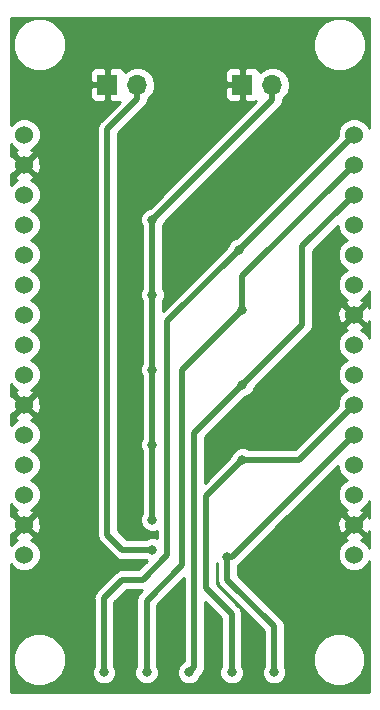
<source format=gbr>
G04 #@! TF.GenerationSoftware,KiCad,Pcbnew,(5.0.2)-1*
G04 #@! TF.CreationDate,2019-06-20T09:18:01+05:30*
G04 #@! TF.ProjectId,CapacityOfBattery,43617061-6369-4747-994f-664261747465,rev?*
G04 #@! TF.SameCoordinates,Original*
G04 #@! TF.FileFunction,Copper,L2,Bot*
G04 #@! TF.FilePolarity,Positive*
%FSLAX46Y46*%
G04 Gerber Fmt 4.6, Leading zero omitted, Abs format (unit mm)*
G04 Created by KiCad (PCBNEW (5.0.2)-1) date 06/20/19 09:18:01*
%MOMM*%
%LPD*%
G01*
G04 APERTURE LIST*
G04 #@! TA.AperFunction,ComponentPad*
%ADD10C,1.524000*%
G04 #@! TD*
G04 #@! TA.AperFunction,ComponentPad*
%ADD11O,1.700000X1.700000*%
G04 #@! TD*
G04 #@! TA.AperFunction,ComponentPad*
%ADD12R,1.700000X1.700000*%
G04 #@! TD*
G04 #@! TA.AperFunction,ViaPad*
%ADD13C,0.800000*%
G04 #@! TD*
G04 #@! TA.AperFunction,Conductor*
%ADD14C,0.500000*%
G04 #@! TD*
G04 #@! TA.AperFunction,Conductor*
%ADD15C,0.254000*%
G04 #@! TD*
G04 APERTURE END LIST*
D10*
G04 #@! TO.P,U1,30*
G04 #@! TO.N,/Ctrl1*
X42470000Y-23280000D03*
G04 #@! TO.P,U1,29*
G04 #@! TO.N,/Ctrl2*
X42470000Y-25820000D03*
G04 #@! TO.P,U1,28*
G04 #@! TO.N,/Ctrl3*
X42470000Y-28360000D03*
G04 #@! TO.P,U1,27*
G04 #@! TO.N,Net-(U1-Pad27)*
X42470000Y-30900000D03*
G04 #@! TO.P,U1,26*
G04 #@! TO.N,Net-(U1-Pad26)*
X42470000Y-33440000D03*
G04 #@! TO.P,U1,25*
G04 #@! TO.N,Net-(U1-Pad25)*
X42470000Y-35980000D03*
G04 #@! TO.P,U1,24*
G04 #@! TO.N,GND*
X42470000Y-38520000D03*
G04 #@! TO.P,U1,23*
G04 #@! TO.N,Net-(U1-Pad23)*
X42470000Y-41060000D03*
G04 #@! TO.P,U1,22*
G04 #@! TO.N,/En_VoltageDivider*
X42470000Y-43600000D03*
G04 #@! TO.P,U1,21*
G04 #@! TO.N,/Ctrl4*
X42470000Y-46140000D03*
G04 #@! TO.P,U1,20*
G04 #@! TO.N,/Ctrl5*
X42470000Y-48680000D03*
G04 #@! TO.P,U1,19*
G04 #@! TO.N,Net-(U1-Pad19)*
X42470000Y-51220000D03*
G04 #@! TO.P,U1,18*
G04 #@! TO.N,Net-(U1-Pad18)*
X42470000Y-53760000D03*
G04 #@! TO.P,U1,17*
G04 #@! TO.N,GND*
X42470000Y-56300000D03*
G04 #@! TO.P,U1,16*
G04 #@! TO.N,/Vcc*
X42470000Y-58840000D03*
G04 #@! TO.P,U1,15*
G04 #@! TO.N,Net-(U1-Pad15)*
X14530000Y-58840000D03*
G04 #@! TO.P,U1,14*
G04 #@! TO.N,GND*
X14530000Y-56300000D03*
G04 #@! TO.P,U1,13*
G04 #@! TO.N,Net-(U1-Pad13)*
X14530000Y-53760000D03*
G04 #@! TO.P,U1,12*
G04 #@! TO.N,Net-(U1-Pad12)*
X14530000Y-51220000D03*
G04 #@! TO.P,U1,11*
G04 #@! TO.N,/Vcc*
X14530000Y-48680000D03*
G04 #@! TO.P,U1,10*
G04 #@! TO.N,GND*
X14530000Y-46140000D03*
G04 #@! TO.P,U1,9*
G04 #@! TO.N,Net-(U1-Pad9)*
X14530000Y-43600000D03*
G04 #@! TO.P,U1,8*
G04 #@! TO.N,Net-(U1-Pad8)*
X14530000Y-41060000D03*
G04 #@! TO.P,U1,7*
G04 #@! TO.N,Net-(U1-Pad7)*
X14530000Y-38520000D03*
G04 #@! TO.P,U1,6*
G04 #@! TO.N,Net-(U1-Pad6)*
X14530000Y-35980000D03*
G04 #@! TO.P,U1,5*
G04 #@! TO.N,Net-(U1-Pad5)*
X14530000Y-33440000D03*
G04 #@! TO.P,U1,4*
G04 #@! TO.N,Net-(U1-Pad4)*
X14530000Y-30900000D03*
G04 #@! TO.P,U1,3*
G04 #@! TO.N,Net-(U1-Pad3)*
X14530000Y-28360000D03*
G04 #@! TO.P,U1,2*
G04 #@! TO.N,GND*
X14530000Y-25820000D03*
G04 #@! TO.P,U1,1*
G04 #@! TO.N,/Vin*
X14530000Y-23280000D03*
G04 #@! TD*
D11*
G04 #@! TO.P,J2,2*
G04 #@! TO.N,Net-(J2-Pad2)*
X24130000Y-19050000D03*
D12*
G04 #@! TO.P,J2,1*
G04 #@! TO.N,GND*
X21590000Y-19050000D03*
G04 #@! TD*
G04 #@! TO.P,J1,1*
G04 #@! TO.N,GND*
X33020000Y-19050000D03*
D11*
G04 #@! TO.P,J1,2*
G04 #@! TO.N,/Vbat*
X35560000Y-19050000D03*
G04 #@! TD*
D13*
G04 #@! TO.N,/Ctrl1*
X21300000Y-68800000D03*
X32730000Y-33020000D03*
G04 #@! TO.N,/Ctrl2*
X24900000Y-68800000D03*
X33020000Y-38100000D03*
G04 #@! TO.N,/Ctrl3*
X28500000Y-68800000D03*
X33020000Y-44450000D03*
G04 #@! TO.N,/Ctrl4*
X32100000Y-68800000D03*
X33020000Y-50800000D03*
G04 #@! TO.N,/Ctrl5*
X31750000Y-59055000D03*
X35700000Y-68800000D03*
G04 #@! TO.N,/Vbat*
X25400000Y-30480000D03*
X25400000Y-36830000D03*
X25400000Y-43180000D03*
X25400000Y-49530000D03*
X25400000Y-55880000D03*
G04 #@! TO.N,Net-(J2-Pad2)*
X25400000Y-58420000D03*
G04 #@! TD*
D14*
G04 #@! TO.N,/Ctrl1*
X42470000Y-23280000D02*
X32730000Y-33020000D01*
X26670000Y-39080000D02*
X26670000Y-58852002D01*
X32730000Y-33020000D02*
X26670000Y-39080000D01*
X26670000Y-58852002D02*
X24562002Y-60960000D01*
X24562002Y-60960000D02*
X22860000Y-60960000D01*
X21300000Y-62520000D02*
X21300000Y-68800000D01*
X22860000Y-60960000D02*
X21300000Y-62520000D01*
G04 #@! TO.N,/Ctrl2*
X33020000Y-35270000D02*
X42470000Y-25820000D01*
X33020000Y-38100000D02*
X33020000Y-35270000D01*
X24900000Y-62730000D02*
X24900000Y-68800000D01*
X27940000Y-59690000D02*
X24900000Y-62730000D01*
X33020000Y-38100000D02*
X27940000Y-43180000D01*
X27940000Y-43180000D02*
X27940000Y-59690000D01*
G04 #@! TO.N,/Ctrl3*
X41708001Y-29121999D02*
X42470000Y-28360000D01*
X38100000Y-32730000D02*
X41708001Y-29121999D01*
X38100000Y-39370000D02*
X38100000Y-32730000D01*
X33020000Y-44450000D02*
X38100000Y-39370000D01*
X28940010Y-68359990D02*
X28500000Y-68800000D01*
X33020000Y-44450000D02*
X28940010Y-48529990D01*
X28940010Y-48529990D02*
X28940010Y-68359990D01*
G04 #@! TO.N,/Ctrl4*
X37810000Y-50800000D02*
X42470000Y-46140000D01*
X33020000Y-50800000D02*
X37810000Y-50800000D01*
X32100000Y-63850000D02*
X32100000Y-68800000D01*
X29940020Y-61690020D02*
X32100000Y-63850000D01*
X33020000Y-50800000D02*
X29940020Y-53879980D01*
X29940020Y-53879980D02*
X29940020Y-61690020D01*
G04 #@! TO.N,/Ctrl5*
X42470000Y-48970000D02*
X42470000Y-48680000D01*
X32095000Y-59055000D02*
X31750000Y-59055000D01*
X42470000Y-48680000D02*
X32095000Y-59055000D01*
X35700000Y-64910000D02*
X35700000Y-68800000D01*
X31750000Y-59055000D02*
X31750000Y-60960000D01*
X31750000Y-60960000D02*
X35700000Y-64910000D01*
G04 #@! TO.N,/Vbat*
X25400000Y-30480000D02*
X25400000Y-36830000D01*
X25400000Y-36830000D02*
X25400000Y-43180000D01*
X25400000Y-43180000D02*
X25400000Y-49530000D01*
X25400000Y-49530000D02*
X25400000Y-55880000D01*
X35560000Y-20320000D02*
X35560000Y-19050000D01*
X25400000Y-30480000D02*
X35560000Y-20320000D01*
G04 #@! TO.N,Net-(J2-Pad2)*
X25400000Y-58420000D02*
X22860000Y-58420000D01*
X22860000Y-58420000D02*
X21590000Y-57150000D01*
X24130000Y-20252081D02*
X21590000Y-22792081D01*
X24130000Y-19050000D02*
X24130000Y-20252081D01*
X21590000Y-22792081D02*
X21590000Y-57150000D01*
G04 #@! TD*
D15*
G04 #@! TO.N,GND*
G36*
X43765000Y-22755869D02*
X43654320Y-22488663D01*
X43261337Y-22095680D01*
X42747881Y-21883000D01*
X42192119Y-21883000D01*
X41678663Y-22095680D01*
X41285680Y-22488663D01*
X41073000Y-23002119D01*
X41073000Y-23425421D01*
X32505853Y-31992569D01*
X32143720Y-32142569D01*
X31852569Y-32433720D01*
X31702569Y-32795852D01*
X26285000Y-38213422D01*
X26285000Y-37398007D01*
X26435000Y-37035874D01*
X26435000Y-36624126D01*
X26285000Y-36261993D01*
X26285000Y-31048007D01*
X26427431Y-30704147D01*
X36124157Y-21007422D01*
X36198049Y-20958049D01*
X36393652Y-20665310D01*
X36445000Y-20407165D01*
X36445000Y-20407161D01*
X36462337Y-20320000D01*
X36447075Y-20243269D01*
X36630625Y-20120625D01*
X36958839Y-19629418D01*
X37074092Y-19050000D01*
X36958839Y-18470582D01*
X36630625Y-17979375D01*
X36139418Y-17651161D01*
X35706256Y-17565000D01*
X35413744Y-17565000D01*
X34980582Y-17651161D01*
X34489375Y-17979375D01*
X34474904Y-18001033D01*
X34408327Y-17840302D01*
X34229699Y-17661673D01*
X33996310Y-17565000D01*
X33305750Y-17565000D01*
X33147000Y-17723750D01*
X33147000Y-18923000D01*
X33167000Y-18923000D01*
X33167000Y-19177000D01*
X33147000Y-19177000D01*
X33147000Y-20376250D01*
X33305750Y-20535000D01*
X33996310Y-20535000D01*
X34162089Y-20466332D01*
X25175853Y-29452569D01*
X24813720Y-29602569D01*
X24522569Y-29893720D01*
X24365000Y-30274126D01*
X24365000Y-30685874D01*
X24515000Y-31048007D01*
X24515001Y-36261991D01*
X24365000Y-36624126D01*
X24365000Y-37035874D01*
X24515000Y-37398007D01*
X24515001Y-42611991D01*
X24365000Y-42974126D01*
X24365000Y-43385874D01*
X24515000Y-43748007D01*
X24515001Y-48961991D01*
X24365000Y-49324126D01*
X24365000Y-49735874D01*
X24515000Y-50098007D01*
X24515001Y-55311991D01*
X24365000Y-55674126D01*
X24365000Y-56085874D01*
X24522569Y-56466280D01*
X24813720Y-56757431D01*
X25194126Y-56915000D01*
X25605874Y-56915000D01*
X25785001Y-56840803D01*
X25785001Y-57459197D01*
X25605874Y-57385000D01*
X25194126Y-57385000D01*
X24831993Y-57535000D01*
X23226579Y-57535000D01*
X22475000Y-56783422D01*
X22475000Y-23158659D01*
X24694156Y-20939504D01*
X24768049Y-20890130D01*
X24963652Y-20597391D01*
X25015000Y-20339246D01*
X25015000Y-20339242D01*
X25032337Y-20252082D01*
X25028999Y-20235302D01*
X25200625Y-20120625D01*
X25528839Y-19629418D01*
X25587252Y-19335750D01*
X31535000Y-19335750D01*
X31535000Y-20026309D01*
X31631673Y-20259698D01*
X31810301Y-20438327D01*
X32043690Y-20535000D01*
X32734250Y-20535000D01*
X32893000Y-20376250D01*
X32893000Y-19177000D01*
X31693750Y-19177000D01*
X31535000Y-19335750D01*
X25587252Y-19335750D01*
X25644092Y-19050000D01*
X25528839Y-18470582D01*
X25263645Y-18073691D01*
X31535000Y-18073691D01*
X31535000Y-18764250D01*
X31693750Y-18923000D01*
X32893000Y-18923000D01*
X32893000Y-17723750D01*
X32734250Y-17565000D01*
X32043690Y-17565000D01*
X31810301Y-17661673D01*
X31631673Y-17840302D01*
X31535000Y-18073691D01*
X25263645Y-18073691D01*
X25200625Y-17979375D01*
X24709418Y-17651161D01*
X24276256Y-17565000D01*
X23983744Y-17565000D01*
X23550582Y-17651161D01*
X23059375Y-17979375D01*
X23044904Y-18001033D01*
X22978327Y-17840302D01*
X22799699Y-17661673D01*
X22566310Y-17565000D01*
X21875750Y-17565000D01*
X21717000Y-17723750D01*
X21717000Y-18923000D01*
X21737000Y-18923000D01*
X21737000Y-19177000D01*
X21717000Y-19177000D01*
X21717000Y-20376250D01*
X21875750Y-20535000D01*
X22566310Y-20535000D01*
X22616145Y-20514358D01*
X21025847Y-22104656D01*
X20951951Y-22154032D01*
X20756348Y-22446772D01*
X20705000Y-22704917D01*
X20705000Y-22704920D01*
X20687663Y-22792081D01*
X20705000Y-22879242D01*
X20705001Y-57062834D01*
X20687663Y-57150000D01*
X20756348Y-57495309D01*
X20902576Y-57714154D01*
X20902578Y-57714156D01*
X20951952Y-57788049D01*
X21025845Y-57837423D01*
X22172577Y-58984156D01*
X22221951Y-59058049D01*
X22295844Y-59107423D01*
X22295845Y-59107424D01*
X22311495Y-59117881D01*
X22514690Y-59253652D01*
X22772835Y-59305000D01*
X22772839Y-59305000D01*
X22859999Y-59322337D01*
X22947159Y-59305000D01*
X24831993Y-59305000D01*
X24926343Y-59344081D01*
X24195424Y-60075000D01*
X22947159Y-60075000D01*
X22859999Y-60057663D01*
X22772839Y-60075000D01*
X22772835Y-60075000D01*
X22514690Y-60126348D01*
X22514688Y-60126349D01*
X22514689Y-60126349D01*
X22295845Y-60272576D01*
X22295844Y-60272577D01*
X22221951Y-60321951D01*
X22172577Y-60395844D01*
X20735847Y-61832575D01*
X20661951Y-61881951D01*
X20466348Y-62174691D01*
X20415000Y-62432836D01*
X20415000Y-62432839D01*
X20397663Y-62520000D01*
X20415000Y-62607161D01*
X20415001Y-68231991D01*
X20265000Y-68594126D01*
X20265000Y-69005874D01*
X20422569Y-69386280D01*
X20713720Y-69677431D01*
X21094126Y-69835000D01*
X21505874Y-69835000D01*
X21886280Y-69677431D01*
X22177431Y-69386280D01*
X22335000Y-69005874D01*
X22335000Y-68594126D01*
X22185000Y-68231993D01*
X22185000Y-62886578D01*
X23226579Y-61845000D01*
X24474841Y-61845000D01*
X24523703Y-61854719D01*
X24335847Y-62042575D01*
X24261951Y-62091951D01*
X24066348Y-62384691D01*
X24015000Y-62642836D01*
X24015000Y-62642839D01*
X23997663Y-62730000D01*
X24015000Y-62817161D01*
X24015001Y-68231991D01*
X23865000Y-68594126D01*
X23865000Y-69005874D01*
X24022569Y-69386280D01*
X24313720Y-69677431D01*
X24694126Y-69835000D01*
X25105874Y-69835000D01*
X25486280Y-69677431D01*
X25777431Y-69386280D01*
X25935000Y-69005874D01*
X25935000Y-68594126D01*
X25785000Y-68231993D01*
X25785000Y-63096578D01*
X28055011Y-60826568D01*
X28055011Y-67864044D01*
X27913720Y-67922569D01*
X27622569Y-68213720D01*
X27465000Y-68594126D01*
X27465000Y-69005874D01*
X27622569Y-69386280D01*
X27913720Y-69677431D01*
X28294126Y-69835000D01*
X28705874Y-69835000D01*
X29086280Y-69677431D01*
X29377431Y-69386280D01*
X29523009Y-69034822D01*
X29578059Y-68998039D01*
X29773662Y-68705300D01*
X29825010Y-68447155D01*
X29825010Y-68447151D01*
X29842347Y-68359991D01*
X29825010Y-68272831D01*
X29825010Y-62826588D01*
X31215000Y-64216579D01*
X31215001Y-68231991D01*
X31065000Y-68594126D01*
X31065000Y-69005874D01*
X31222569Y-69386280D01*
X31513720Y-69677431D01*
X31894126Y-69835000D01*
X32305874Y-69835000D01*
X32686280Y-69677431D01*
X32977431Y-69386280D01*
X33135000Y-69005874D01*
X33135000Y-68594126D01*
X32985000Y-68231993D01*
X32985000Y-63937160D01*
X33002337Y-63849999D01*
X32985000Y-63762836D01*
X32985000Y-63762835D01*
X32933652Y-63504690D01*
X32878625Y-63422337D01*
X32787424Y-63285845D01*
X32787423Y-63285844D01*
X32738049Y-63211951D01*
X32664156Y-63162577D01*
X30825020Y-61323442D01*
X30825020Y-59526486D01*
X30865000Y-59623008D01*
X30865001Y-60872835D01*
X30847663Y-60960000D01*
X30916348Y-61305309D01*
X31062576Y-61524154D01*
X31062577Y-61524155D01*
X31111952Y-61598049D01*
X31185845Y-61647423D01*
X34815000Y-65276579D01*
X34815001Y-68231991D01*
X34665000Y-68594126D01*
X34665000Y-69005874D01*
X34822569Y-69386280D01*
X35113720Y-69677431D01*
X35494126Y-69835000D01*
X35905874Y-69835000D01*
X36286280Y-69677431D01*
X36577431Y-69386280D01*
X36735000Y-69005874D01*
X36735000Y-68594126D01*
X36585000Y-68231993D01*
X36585000Y-67289611D01*
X38966340Y-67289611D01*
X38966340Y-68178749D01*
X39306599Y-69000206D01*
X39935314Y-69628921D01*
X40756771Y-69969180D01*
X41645909Y-69969180D01*
X42467366Y-69628921D01*
X43096081Y-69000206D01*
X43436340Y-68178749D01*
X43436340Y-67289611D01*
X43096081Y-66468154D01*
X42467366Y-65839439D01*
X41645909Y-65499180D01*
X40756771Y-65499180D01*
X39935314Y-65839439D01*
X39306599Y-66468154D01*
X38966340Y-67289611D01*
X36585000Y-67289611D01*
X36585000Y-64997161D01*
X36602337Y-64910000D01*
X36585000Y-64822839D01*
X36585000Y-64822835D01*
X36533652Y-64564690D01*
X36338049Y-64271951D01*
X36264156Y-64222577D01*
X32635000Y-60593422D01*
X32635000Y-59758564D01*
X32733049Y-59693049D01*
X32782425Y-59619153D01*
X36309276Y-56092302D01*
X41060856Y-56092302D01*
X41088638Y-56647368D01*
X41247603Y-57031143D01*
X41489787Y-57100608D01*
X42290395Y-56300000D01*
X41489787Y-55499392D01*
X41247603Y-55568857D01*
X41060856Y-56092302D01*
X36309276Y-56092302D01*
X41073000Y-51328579D01*
X41073000Y-51497881D01*
X41285680Y-52011337D01*
X41678663Y-52404320D01*
X41885513Y-52490000D01*
X41678663Y-52575680D01*
X41285680Y-52968663D01*
X41073000Y-53482119D01*
X41073000Y-54037881D01*
X41285680Y-54551337D01*
X41678663Y-54944320D01*
X41869647Y-55023428D01*
X41738857Y-55077603D01*
X41669392Y-55319787D01*
X42470000Y-56120395D01*
X43270608Y-55319787D01*
X43201143Y-55077603D01*
X43060607Y-55027465D01*
X43261337Y-54944320D01*
X43654320Y-54551337D01*
X43765001Y-54284130D01*
X43765001Y-55744138D01*
X43692397Y-55568857D01*
X43450213Y-55499392D01*
X42649605Y-56300000D01*
X43450213Y-57100608D01*
X43692397Y-57031143D01*
X43765001Y-56827637D01*
X43765001Y-58315871D01*
X43654320Y-58048663D01*
X43261337Y-57655680D01*
X43070353Y-57576572D01*
X43201143Y-57522397D01*
X43270608Y-57280213D01*
X42470000Y-56479605D01*
X41669392Y-57280213D01*
X41738857Y-57522397D01*
X41879393Y-57572535D01*
X41678663Y-57655680D01*
X41285680Y-58048663D01*
X41073000Y-58562119D01*
X41073000Y-59117881D01*
X41285680Y-59631337D01*
X41678663Y-60024320D01*
X42192119Y-60237000D01*
X42747881Y-60237000D01*
X43261337Y-60024320D01*
X43654320Y-59631337D01*
X43765001Y-59364129D01*
X43765001Y-70435000D01*
X13385000Y-70435000D01*
X13385000Y-67289611D01*
X13573960Y-67289611D01*
X13573960Y-68178749D01*
X13914219Y-69000206D01*
X14542934Y-69628921D01*
X15364391Y-69969180D01*
X16253529Y-69969180D01*
X17074986Y-69628921D01*
X17703701Y-69000206D01*
X18043960Y-68178749D01*
X18043960Y-67289611D01*
X17703701Y-66468154D01*
X17074986Y-65839439D01*
X16253529Y-65499180D01*
X15364391Y-65499180D01*
X14542934Y-65839439D01*
X13914219Y-66468154D01*
X13573960Y-67289611D01*
X13385000Y-67289611D01*
X13385000Y-59670657D01*
X13738663Y-60024320D01*
X14252119Y-60237000D01*
X14807881Y-60237000D01*
X15321337Y-60024320D01*
X15714320Y-59631337D01*
X15927000Y-59117881D01*
X15927000Y-58562119D01*
X15714320Y-58048663D01*
X15321337Y-57655680D01*
X15130353Y-57576572D01*
X15261143Y-57522397D01*
X15330608Y-57280213D01*
X14530000Y-56479605D01*
X13729392Y-57280213D01*
X13798857Y-57522397D01*
X13939393Y-57572535D01*
X13738663Y-57655680D01*
X13385000Y-58009343D01*
X13385000Y-57053343D01*
X13549787Y-57100608D01*
X14350395Y-56300000D01*
X14709605Y-56300000D01*
X15510213Y-57100608D01*
X15752397Y-57031143D01*
X15939144Y-56507698D01*
X15911362Y-55952632D01*
X15752397Y-55568857D01*
X15510213Y-55499392D01*
X14709605Y-56300000D01*
X14350395Y-56300000D01*
X13549787Y-55499392D01*
X13385000Y-55546657D01*
X13385000Y-54590657D01*
X13738663Y-54944320D01*
X13929647Y-55023428D01*
X13798857Y-55077603D01*
X13729392Y-55319787D01*
X14530000Y-56120395D01*
X15330608Y-55319787D01*
X15261143Y-55077603D01*
X15120607Y-55027465D01*
X15321337Y-54944320D01*
X15714320Y-54551337D01*
X15927000Y-54037881D01*
X15927000Y-53482119D01*
X15714320Y-52968663D01*
X15321337Y-52575680D01*
X15114487Y-52490000D01*
X15321337Y-52404320D01*
X15714320Y-52011337D01*
X15927000Y-51497881D01*
X15927000Y-50942119D01*
X15714320Y-50428663D01*
X15321337Y-50035680D01*
X15114487Y-49950000D01*
X15321337Y-49864320D01*
X15714320Y-49471337D01*
X15927000Y-48957881D01*
X15927000Y-48402119D01*
X15714320Y-47888663D01*
X15321337Y-47495680D01*
X15130353Y-47416572D01*
X15261143Y-47362397D01*
X15330608Y-47120213D01*
X14530000Y-46319605D01*
X13729392Y-47120213D01*
X13798857Y-47362397D01*
X13939393Y-47412535D01*
X13738663Y-47495680D01*
X13385000Y-47849343D01*
X13385000Y-46893343D01*
X13549787Y-46940608D01*
X14350395Y-46140000D01*
X14709605Y-46140000D01*
X15510213Y-46940608D01*
X15752397Y-46871143D01*
X15939144Y-46347698D01*
X15911362Y-45792632D01*
X15752397Y-45408857D01*
X15510213Y-45339392D01*
X14709605Y-46140000D01*
X14350395Y-46140000D01*
X13549787Y-45339392D01*
X13385000Y-45386657D01*
X13385000Y-44430657D01*
X13738663Y-44784320D01*
X13929647Y-44863428D01*
X13798857Y-44917603D01*
X13729392Y-45159787D01*
X14530000Y-45960395D01*
X15330608Y-45159787D01*
X15261143Y-44917603D01*
X15120607Y-44867465D01*
X15321337Y-44784320D01*
X15714320Y-44391337D01*
X15927000Y-43877881D01*
X15927000Y-43322119D01*
X15714320Y-42808663D01*
X15321337Y-42415680D01*
X15114487Y-42330000D01*
X15321337Y-42244320D01*
X15714320Y-41851337D01*
X15927000Y-41337881D01*
X15927000Y-40782119D01*
X15714320Y-40268663D01*
X15321337Y-39875680D01*
X15114487Y-39790000D01*
X15321337Y-39704320D01*
X15714320Y-39311337D01*
X15927000Y-38797881D01*
X15927000Y-38242119D01*
X15714320Y-37728663D01*
X15321337Y-37335680D01*
X15114487Y-37250000D01*
X15321337Y-37164320D01*
X15714320Y-36771337D01*
X15927000Y-36257881D01*
X15927000Y-35702119D01*
X15714320Y-35188663D01*
X15321337Y-34795680D01*
X15114487Y-34710000D01*
X15321337Y-34624320D01*
X15714320Y-34231337D01*
X15927000Y-33717881D01*
X15927000Y-33162119D01*
X15714320Y-32648663D01*
X15321337Y-32255680D01*
X15114487Y-32170000D01*
X15321337Y-32084320D01*
X15714320Y-31691337D01*
X15927000Y-31177881D01*
X15927000Y-30622119D01*
X15714320Y-30108663D01*
X15321337Y-29715680D01*
X15114487Y-29630000D01*
X15321337Y-29544320D01*
X15714320Y-29151337D01*
X15927000Y-28637881D01*
X15927000Y-28082119D01*
X15714320Y-27568663D01*
X15321337Y-27175680D01*
X15130353Y-27096572D01*
X15261143Y-27042397D01*
X15330608Y-26800213D01*
X14530000Y-25999605D01*
X13729392Y-26800213D01*
X13798857Y-27042397D01*
X13939393Y-27092535D01*
X13738663Y-27175680D01*
X13385000Y-27529343D01*
X13385000Y-26573343D01*
X13549787Y-26620608D01*
X14350395Y-25820000D01*
X14709605Y-25820000D01*
X15510213Y-26620608D01*
X15752397Y-26551143D01*
X15939144Y-26027698D01*
X15911362Y-25472632D01*
X15752397Y-25088857D01*
X15510213Y-25019392D01*
X14709605Y-25820000D01*
X14350395Y-25820000D01*
X13549787Y-25019392D01*
X13385000Y-25066657D01*
X13385000Y-24110657D01*
X13738663Y-24464320D01*
X13929647Y-24543428D01*
X13798857Y-24597603D01*
X13729392Y-24839787D01*
X14530000Y-25640395D01*
X15330608Y-24839787D01*
X15261143Y-24597603D01*
X15120607Y-24547465D01*
X15321337Y-24464320D01*
X15714320Y-24071337D01*
X15927000Y-23557881D01*
X15927000Y-23002119D01*
X15714320Y-22488663D01*
X15321337Y-22095680D01*
X14807881Y-21883000D01*
X14252119Y-21883000D01*
X13738663Y-22095680D01*
X13385000Y-22449343D01*
X13385000Y-19335750D01*
X20105000Y-19335750D01*
X20105000Y-20026309D01*
X20201673Y-20259698D01*
X20380301Y-20438327D01*
X20613690Y-20535000D01*
X21304250Y-20535000D01*
X21463000Y-20376250D01*
X21463000Y-19177000D01*
X20263750Y-19177000D01*
X20105000Y-19335750D01*
X13385000Y-19335750D01*
X13385000Y-18073691D01*
X20105000Y-18073691D01*
X20105000Y-18764250D01*
X20263750Y-18923000D01*
X21463000Y-18923000D01*
X21463000Y-17723750D01*
X21304250Y-17565000D01*
X20613690Y-17565000D01*
X20380301Y-17661673D01*
X20201673Y-17840302D01*
X20105000Y-18073691D01*
X13385000Y-18073691D01*
X13385000Y-15209451D01*
X13584120Y-15209451D01*
X13584120Y-16098589D01*
X13924379Y-16920046D01*
X14553094Y-17548761D01*
X15374551Y-17889020D01*
X16263689Y-17889020D01*
X17085146Y-17548761D01*
X17713861Y-16920046D01*
X18054120Y-16098589D01*
X18054120Y-15229771D01*
X38989200Y-15229771D01*
X38989200Y-16118909D01*
X39329459Y-16940366D01*
X39958174Y-17569081D01*
X40779631Y-17909340D01*
X41668769Y-17909340D01*
X42490226Y-17569081D01*
X43118941Y-16940366D01*
X43459200Y-16118909D01*
X43459200Y-15229771D01*
X43118941Y-14408314D01*
X42490226Y-13779599D01*
X41668769Y-13439340D01*
X40779631Y-13439340D01*
X39958174Y-13779599D01*
X39329459Y-14408314D01*
X38989200Y-15229771D01*
X18054120Y-15229771D01*
X18054120Y-15209451D01*
X17713861Y-14387994D01*
X17085146Y-13759279D01*
X16263689Y-13419020D01*
X15374551Y-13419020D01*
X14553094Y-13759279D01*
X13924379Y-14387994D01*
X13584120Y-15209451D01*
X13385000Y-15209451D01*
X13385000Y-13385000D01*
X43765000Y-13385000D01*
X43765000Y-22755869D01*
X43765000Y-22755869D01*
G37*
X43765000Y-22755869D02*
X43654320Y-22488663D01*
X43261337Y-22095680D01*
X42747881Y-21883000D01*
X42192119Y-21883000D01*
X41678663Y-22095680D01*
X41285680Y-22488663D01*
X41073000Y-23002119D01*
X41073000Y-23425421D01*
X32505853Y-31992569D01*
X32143720Y-32142569D01*
X31852569Y-32433720D01*
X31702569Y-32795852D01*
X26285000Y-38213422D01*
X26285000Y-37398007D01*
X26435000Y-37035874D01*
X26435000Y-36624126D01*
X26285000Y-36261993D01*
X26285000Y-31048007D01*
X26427431Y-30704147D01*
X36124157Y-21007422D01*
X36198049Y-20958049D01*
X36393652Y-20665310D01*
X36445000Y-20407165D01*
X36445000Y-20407161D01*
X36462337Y-20320000D01*
X36447075Y-20243269D01*
X36630625Y-20120625D01*
X36958839Y-19629418D01*
X37074092Y-19050000D01*
X36958839Y-18470582D01*
X36630625Y-17979375D01*
X36139418Y-17651161D01*
X35706256Y-17565000D01*
X35413744Y-17565000D01*
X34980582Y-17651161D01*
X34489375Y-17979375D01*
X34474904Y-18001033D01*
X34408327Y-17840302D01*
X34229699Y-17661673D01*
X33996310Y-17565000D01*
X33305750Y-17565000D01*
X33147000Y-17723750D01*
X33147000Y-18923000D01*
X33167000Y-18923000D01*
X33167000Y-19177000D01*
X33147000Y-19177000D01*
X33147000Y-20376250D01*
X33305750Y-20535000D01*
X33996310Y-20535000D01*
X34162089Y-20466332D01*
X25175853Y-29452569D01*
X24813720Y-29602569D01*
X24522569Y-29893720D01*
X24365000Y-30274126D01*
X24365000Y-30685874D01*
X24515000Y-31048007D01*
X24515001Y-36261991D01*
X24365000Y-36624126D01*
X24365000Y-37035874D01*
X24515000Y-37398007D01*
X24515001Y-42611991D01*
X24365000Y-42974126D01*
X24365000Y-43385874D01*
X24515000Y-43748007D01*
X24515001Y-48961991D01*
X24365000Y-49324126D01*
X24365000Y-49735874D01*
X24515000Y-50098007D01*
X24515001Y-55311991D01*
X24365000Y-55674126D01*
X24365000Y-56085874D01*
X24522569Y-56466280D01*
X24813720Y-56757431D01*
X25194126Y-56915000D01*
X25605874Y-56915000D01*
X25785001Y-56840803D01*
X25785001Y-57459197D01*
X25605874Y-57385000D01*
X25194126Y-57385000D01*
X24831993Y-57535000D01*
X23226579Y-57535000D01*
X22475000Y-56783422D01*
X22475000Y-23158659D01*
X24694156Y-20939504D01*
X24768049Y-20890130D01*
X24963652Y-20597391D01*
X25015000Y-20339246D01*
X25015000Y-20339242D01*
X25032337Y-20252082D01*
X25028999Y-20235302D01*
X25200625Y-20120625D01*
X25528839Y-19629418D01*
X25587252Y-19335750D01*
X31535000Y-19335750D01*
X31535000Y-20026309D01*
X31631673Y-20259698D01*
X31810301Y-20438327D01*
X32043690Y-20535000D01*
X32734250Y-20535000D01*
X32893000Y-20376250D01*
X32893000Y-19177000D01*
X31693750Y-19177000D01*
X31535000Y-19335750D01*
X25587252Y-19335750D01*
X25644092Y-19050000D01*
X25528839Y-18470582D01*
X25263645Y-18073691D01*
X31535000Y-18073691D01*
X31535000Y-18764250D01*
X31693750Y-18923000D01*
X32893000Y-18923000D01*
X32893000Y-17723750D01*
X32734250Y-17565000D01*
X32043690Y-17565000D01*
X31810301Y-17661673D01*
X31631673Y-17840302D01*
X31535000Y-18073691D01*
X25263645Y-18073691D01*
X25200625Y-17979375D01*
X24709418Y-17651161D01*
X24276256Y-17565000D01*
X23983744Y-17565000D01*
X23550582Y-17651161D01*
X23059375Y-17979375D01*
X23044904Y-18001033D01*
X22978327Y-17840302D01*
X22799699Y-17661673D01*
X22566310Y-17565000D01*
X21875750Y-17565000D01*
X21717000Y-17723750D01*
X21717000Y-18923000D01*
X21737000Y-18923000D01*
X21737000Y-19177000D01*
X21717000Y-19177000D01*
X21717000Y-20376250D01*
X21875750Y-20535000D01*
X22566310Y-20535000D01*
X22616145Y-20514358D01*
X21025847Y-22104656D01*
X20951951Y-22154032D01*
X20756348Y-22446772D01*
X20705000Y-22704917D01*
X20705000Y-22704920D01*
X20687663Y-22792081D01*
X20705000Y-22879242D01*
X20705001Y-57062834D01*
X20687663Y-57150000D01*
X20756348Y-57495309D01*
X20902576Y-57714154D01*
X20902578Y-57714156D01*
X20951952Y-57788049D01*
X21025845Y-57837423D01*
X22172577Y-58984156D01*
X22221951Y-59058049D01*
X22295844Y-59107423D01*
X22295845Y-59107424D01*
X22311495Y-59117881D01*
X22514690Y-59253652D01*
X22772835Y-59305000D01*
X22772839Y-59305000D01*
X22859999Y-59322337D01*
X22947159Y-59305000D01*
X24831993Y-59305000D01*
X24926343Y-59344081D01*
X24195424Y-60075000D01*
X22947159Y-60075000D01*
X22859999Y-60057663D01*
X22772839Y-60075000D01*
X22772835Y-60075000D01*
X22514690Y-60126348D01*
X22514688Y-60126349D01*
X22514689Y-60126349D01*
X22295845Y-60272576D01*
X22295844Y-60272577D01*
X22221951Y-60321951D01*
X22172577Y-60395844D01*
X20735847Y-61832575D01*
X20661951Y-61881951D01*
X20466348Y-62174691D01*
X20415000Y-62432836D01*
X20415000Y-62432839D01*
X20397663Y-62520000D01*
X20415000Y-62607161D01*
X20415001Y-68231991D01*
X20265000Y-68594126D01*
X20265000Y-69005874D01*
X20422569Y-69386280D01*
X20713720Y-69677431D01*
X21094126Y-69835000D01*
X21505874Y-69835000D01*
X21886280Y-69677431D01*
X22177431Y-69386280D01*
X22335000Y-69005874D01*
X22335000Y-68594126D01*
X22185000Y-68231993D01*
X22185000Y-62886578D01*
X23226579Y-61845000D01*
X24474841Y-61845000D01*
X24523703Y-61854719D01*
X24335847Y-62042575D01*
X24261951Y-62091951D01*
X24066348Y-62384691D01*
X24015000Y-62642836D01*
X24015000Y-62642839D01*
X23997663Y-62730000D01*
X24015000Y-62817161D01*
X24015001Y-68231991D01*
X23865000Y-68594126D01*
X23865000Y-69005874D01*
X24022569Y-69386280D01*
X24313720Y-69677431D01*
X24694126Y-69835000D01*
X25105874Y-69835000D01*
X25486280Y-69677431D01*
X25777431Y-69386280D01*
X25935000Y-69005874D01*
X25935000Y-68594126D01*
X25785000Y-68231993D01*
X25785000Y-63096578D01*
X28055011Y-60826568D01*
X28055011Y-67864044D01*
X27913720Y-67922569D01*
X27622569Y-68213720D01*
X27465000Y-68594126D01*
X27465000Y-69005874D01*
X27622569Y-69386280D01*
X27913720Y-69677431D01*
X28294126Y-69835000D01*
X28705874Y-69835000D01*
X29086280Y-69677431D01*
X29377431Y-69386280D01*
X29523009Y-69034822D01*
X29578059Y-68998039D01*
X29773662Y-68705300D01*
X29825010Y-68447155D01*
X29825010Y-68447151D01*
X29842347Y-68359991D01*
X29825010Y-68272831D01*
X29825010Y-62826588D01*
X31215000Y-64216579D01*
X31215001Y-68231991D01*
X31065000Y-68594126D01*
X31065000Y-69005874D01*
X31222569Y-69386280D01*
X31513720Y-69677431D01*
X31894126Y-69835000D01*
X32305874Y-69835000D01*
X32686280Y-69677431D01*
X32977431Y-69386280D01*
X33135000Y-69005874D01*
X33135000Y-68594126D01*
X32985000Y-68231993D01*
X32985000Y-63937160D01*
X33002337Y-63849999D01*
X32985000Y-63762836D01*
X32985000Y-63762835D01*
X32933652Y-63504690D01*
X32878625Y-63422337D01*
X32787424Y-63285845D01*
X32787423Y-63285844D01*
X32738049Y-63211951D01*
X32664156Y-63162577D01*
X30825020Y-61323442D01*
X30825020Y-59526486D01*
X30865000Y-59623008D01*
X30865001Y-60872835D01*
X30847663Y-60960000D01*
X30916348Y-61305309D01*
X31062576Y-61524154D01*
X31062577Y-61524155D01*
X31111952Y-61598049D01*
X31185845Y-61647423D01*
X34815000Y-65276579D01*
X34815001Y-68231991D01*
X34665000Y-68594126D01*
X34665000Y-69005874D01*
X34822569Y-69386280D01*
X35113720Y-69677431D01*
X35494126Y-69835000D01*
X35905874Y-69835000D01*
X36286280Y-69677431D01*
X36577431Y-69386280D01*
X36735000Y-69005874D01*
X36735000Y-68594126D01*
X36585000Y-68231993D01*
X36585000Y-67289611D01*
X38966340Y-67289611D01*
X38966340Y-68178749D01*
X39306599Y-69000206D01*
X39935314Y-69628921D01*
X40756771Y-69969180D01*
X41645909Y-69969180D01*
X42467366Y-69628921D01*
X43096081Y-69000206D01*
X43436340Y-68178749D01*
X43436340Y-67289611D01*
X43096081Y-66468154D01*
X42467366Y-65839439D01*
X41645909Y-65499180D01*
X40756771Y-65499180D01*
X39935314Y-65839439D01*
X39306599Y-66468154D01*
X38966340Y-67289611D01*
X36585000Y-67289611D01*
X36585000Y-64997161D01*
X36602337Y-64910000D01*
X36585000Y-64822839D01*
X36585000Y-64822835D01*
X36533652Y-64564690D01*
X36338049Y-64271951D01*
X36264156Y-64222577D01*
X32635000Y-60593422D01*
X32635000Y-59758564D01*
X32733049Y-59693049D01*
X32782425Y-59619153D01*
X36309276Y-56092302D01*
X41060856Y-56092302D01*
X41088638Y-56647368D01*
X41247603Y-57031143D01*
X41489787Y-57100608D01*
X42290395Y-56300000D01*
X41489787Y-55499392D01*
X41247603Y-55568857D01*
X41060856Y-56092302D01*
X36309276Y-56092302D01*
X41073000Y-51328579D01*
X41073000Y-51497881D01*
X41285680Y-52011337D01*
X41678663Y-52404320D01*
X41885513Y-52490000D01*
X41678663Y-52575680D01*
X41285680Y-52968663D01*
X41073000Y-53482119D01*
X41073000Y-54037881D01*
X41285680Y-54551337D01*
X41678663Y-54944320D01*
X41869647Y-55023428D01*
X41738857Y-55077603D01*
X41669392Y-55319787D01*
X42470000Y-56120395D01*
X43270608Y-55319787D01*
X43201143Y-55077603D01*
X43060607Y-55027465D01*
X43261337Y-54944320D01*
X43654320Y-54551337D01*
X43765001Y-54284130D01*
X43765001Y-55744138D01*
X43692397Y-55568857D01*
X43450213Y-55499392D01*
X42649605Y-56300000D01*
X43450213Y-57100608D01*
X43692397Y-57031143D01*
X43765001Y-56827637D01*
X43765001Y-58315871D01*
X43654320Y-58048663D01*
X43261337Y-57655680D01*
X43070353Y-57576572D01*
X43201143Y-57522397D01*
X43270608Y-57280213D01*
X42470000Y-56479605D01*
X41669392Y-57280213D01*
X41738857Y-57522397D01*
X41879393Y-57572535D01*
X41678663Y-57655680D01*
X41285680Y-58048663D01*
X41073000Y-58562119D01*
X41073000Y-59117881D01*
X41285680Y-59631337D01*
X41678663Y-60024320D01*
X42192119Y-60237000D01*
X42747881Y-60237000D01*
X43261337Y-60024320D01*
X43654320Y-59631337D01*
X43765001Y-59364129D01*
X43765001Y-70435000D01*
X13385000Y-70435000D01*
X13385000Y-67289611D01*
X13573960Y-67289611D01*
X13573960Y-68178749D01*
X13914219Y-69000206D01*
X14542934Y-69628921D01*
X15364391Y-69969180D01*
X16253529Y-69969180D01*
X17074986Y-69628921D01*
X17703701Y-69000206D01*
X18043960Y-68178749D01*
X18043960Y-67289611D01*
X17703701Y-66468154D01*
X17074986Y-65839439D01*
X16253529Y-65499180D01*
X15364391Y-65499180D01*
X14542934Y-65839439D01*
X13914219Y-66468154D01*
X13573960Y-67289611D01*
X13385000Y-67289611D01*
X13385000Y-59670657D01*
X13738663Y-60024320D01*
X14252119Y-60237000D01*
X14807881Y-60237000D01*
X15321337Y-60024320D01*
X15714320Y-59631337D01*
X15927000Y-59117881D01*
X15927000Y-58562119D01*
X15714320Y-58048663D01*
X15321337Y-57655680D01*
X15130353Y-57576572D01*
X15261143Y-57522397D01*
X15330608Y-57280213D01*
X14530000Y-56479605D01*
X13729392Y-57280213D01*
X13798857Y-57522397D01*
X13939393Y-57572535D01*
X13738663Y-57655680D01*
X13385000Y-58009343D01*
X13385000Y-57053343D01*
X13549787Y-57100608D01*
X14350395Y-56300000D01*
X14709605Y-56300000D01*
X15510213Y-57100608D01*
X15752397Y-57031143D01*
X15939144Y-56507698D01*
X15911362Y-55952632D01*
X15752397Y-55568857D01*
X15510213Y-55499392D01*
X14709605Y-56300000D01*
X14350395Y-56300000D01*
X13549787Y-55499392D01*
X13385000Y-55546657D01*
X13385000Y-54590657D01*
X13738663Y-54944320D01*
X13929647Y-55023428D01*
X13798857Y-55077603D01*
X13729392Y-55319787D01*
X14530000Y-56120395D01*
X15330608Y-55319787D01*
X15261143Y-55077603D01*
X15120607Y-55027465D01*
X15321337Y-54944320D01*
X15714320Y-54551337D01*
X15927000Y-54037881D01*
X15927000Y-53482119D01*
X15714320Y-52968663D01*
X15321337Y-52575680D01*
X15114487Y-52490000D01*
X15321337Y-52404320D01*
X15714320Y-52011337D01*
X15927000Y-51497881D01*
X15927000Y-50942119D01*
X15714320Y-50428663D01*
X15321337Y-50035680D01*
X15114487Y-49950000D01*
X15321337Y-49864320D01*
X15714320Y-49471337D01*
X15927000Y-48957881D01*
X15927000Y-48402119D01*
X15714320Y-47888663D01*
X15321337Y-47495680D01*
X15130353Y-47416572D01*
X15261143Y-47362397D01*
X15330608Y-47120213D01*
X14530000Y-46319605D01*
X13729392Y-47120213D01*
X13798857Y-47362397D01*
X13939393Y-47412535D01*
X13738663Y-47495680D01*
X13385000Y-47849343D01*
X13385000Y-46893343D01*
X13549787Y-46940608D01*
X14350395Y-46140000D01*
X14709605Y-46140000D01*
X15510213Y-46940608D01*
X15752397Y-46871143D01*
X15939144Y-46347698D01*
X15911362Y-45792632D01*
X15752397Y-45408857D01*
X15510213Y-45339392D01*
X14709605Y-46140000D01*
X14350395Y-46140000D01*
X13549787Y-45339392D01*
X13385000Y-45386657D01*
X13385000Y-44430657D01*
X13738663Y-44784320D01*
X13929647Y-44863428D01*
X13798857Y-44917603D01*
X13729392Y-45159787D01*
X14530000Y-45960395D01*
X15330608Y-45159787D01*
X15261143Y-44917603D01*
X15120607Y-44867465D01*
X15321337Y-44784320D01*
X15714320Y-44391337D01*
X15927000Y-43877881D01*
X15927000Y-43322119D01*
X15714320Y-42808663D01*
X15321337Y-42415680D01*
X15114487Y-42330000D01*
X15321337Y-42244320D01*
X15714320Y-41851337D01*
X15927000Y-41337881D01*
X15927000Y-40782119D01*
X15714320Y-40268663D01*
X15321337Y-39875680D01*
X15114487Y-39790000D01*
X15321337Y-39704320D01*
X15714320Y-39311337D01*
X15927000Y-38797881D01*
X15927000Y-38242119D01*
X15714320Y-37728663D01*
X15321337Y-37335680D01*
X15114487Y-37250000D01*
X15321337Y-37164320D01*
X15714320Y-36771337D01*
X15927000Y-36257881D01*
X15927000Y-35702119D01*
X15714320Y-35188663D01*
X15321337Y-34795680D01*
X15114487Y-34710000D01*
X15321337Y-34624320D01*
X15714320Y-34231337D01*
X15927000Y-33717881D01*
X15927000Y-33162119D01*
X15714320Y-32648663D01*
X15321337Y-32255680D01*
X15114487Y-32170000D01*
X15321337Y-32084320D01*
X15714320Y-31691337D01*
X15927000Y-31177881D01*
X15927000Y-30622119D01*
X15714320Y-30108663D01*
X15321337Y-29715680D01*
X15114487Y-29630000D01*
X15321337Y-29544320D01*
X15714320Y-29151337D01*
X15927000Y-28637881D01*
X15927000Y-28082119D01*
X15714320Y-27568663D01*
X15321337Y-27175680D01*
X15130353Y-27096572D01*
X15261143Y-27042397D01*
X15330608Y-26800213D01*
X14530000Y-25999605D01*
X13729392Y-26800213D01*
X13798857Y-27042397D01*
X13939393Y-27092535D01*
X13738663Y-27175680D01*
X13385000Y-27529343D01*
X13385000Y-26573343D01*
X13549787Y-26620608D01*
X14350395Y-25820000D01*
X14709605Y-25820000D01*
X15510213Y-26620608D01*
X15752397Y-26551143D01*
X15939144Y-26027698D01*
X15911362Y-25472632D01*
X15752397Y-25088857D01*
X15510213Y-25019392D01*
X14709605Y-25820000D01*
X14350395Y-25820000D01*
X13549787Y-25019392D01*
X13385000Y-25066657D01*
X13385000Y-24110657D01*
X13738663Y-24464320D01*
X13929647Y-24543428D01*
X13798857Y-24597603D01*
X13729392Y-24839787D01*
X14530000Y-25640395D01*
X15330608Y-24839787D01*
X15261143Y-24597603D01*
X15120607Y-24547465D01*
X15321337Y-24464320D01*
X15714320Y-24071337D01*
X15927000Y-23557881D01*
X15927000Y-23002119D01*
X15714320Y-22488663D01*
X15321337Y-22095680D01*
X14807881Y-21883000D01*
X14252119Y-21883000D01*
X13738663Y-22095680D01*
X13385000Y-22449343D01*
X13385000Y-19335750D01*
X20105000Y-19335750D01*
X20105000Y-20026309D01*
X20201673Y-20259698D01*
X20380301Y-20438327D01*
X20613690Y-20535000D01*
X21304250Y-20535000D01*
X21463000Y-20376250D01*
X21463000Y-19177000D01*
X20263750Y-19177000D01*
X20105000Y-19335750D01*
X13385000Y-19335750D01*
X13385000Y-18073691D01*
X20105000Y-18073691D01*
X20105000Y-18764250D01*
X20263750Y-18923000D01*
X21463000Y-18923000D01*
X21463000Y-17723750D01*
X21304250Y-17565000D01*
X20613690Y-17565000D01*
X20380301Y-17661673D01*
X20201673Y-17840302D01*
X20105000Y-18073691D01*
X13385000Y-18073691D01*
X13385000Y-15209451D01*
X13584120Y-15209451D01*
X13584120Y-16098589D01*
X13924379Y-16920046D01*
X14553094Y-17548761D01*
X15374551Y-17889020D01*
X16263689Y-17889020D01*
X17085146Y-17548761D01*
X17713861Y-16920046D01*
X18054120Y-16098589D01*
X18054120Y-15229771D01*
X38989200Y-15229771D01*
X38989200Y-16118909D01*
X39329459Y-16940366D01*
X39958174Y-17569081D01*
X40779631Y-17909340D01*
X41668769Y-17909340D01*
X42490226Y-17569081D01*
X43118941Y-16940366D01*
X43459200Y-16118909D01*
X43459200Y-15229771D01*
X43118941Y-14408314D01*
X42490226Y-13779599D01*
X41668769Y-13439340D01*
X40779631Y-13439340D01*
X39958174Y-13779599D01*
X39329459Y-14408314D01*
X38989200Y-15229771D01*
X18054120Y-15229771D01*
X18054120Y-15209451D01*
X17713861Y-14387994D01*
X17085146Y-13759279D01*
X16263689Y-13419020D01*
X15374551Y-13419020D01*
X14553094Y-13759279D01*
X13924379Y-14387994D01*
X13584120Y-15209451D01*
X13385000Y-15209451D01*
X13385000Y-13385000D01*
X43765000Y-13385000D01*
X43765000Y-22755869D01*
G36*
X41073000Y-31177881D02*
X41285680Y-31691337D01*
X41678663Y-32084320D01*
X41885513Y-32170000D01*
X41678663Y-32255680D01*
X41285680Y-32648663D01*
X41073000Y-33162119D01*
X41073000Y-33717881D01*
X41285680Y-34231337D01*
X41678663Y-34624320D01*
X41885513Y-34710000D01*
X41678663Y-34795680D01*
X41285680Y-35188663D01*
X41073000Y-35702119D01*
X41073000Y-36257881D01*
X41285680Y-36771337D01*
X41678663Y-37164320D01*
X41869647Y-37243428D01*
X41738857Y-37297603D01*
X41669392Y-37539787D01*
X42470000Y-38340395D01*
X43270608Y-37539787D01*
X43201143Y-37297603D01*
X43060607Y-37247465D01*
X43261337Y-37164320D01*
X43654320Y-36771337D01*
X43765000Y-36504130D01*
X43765000Y-37964137D01*
X43692397Y-37788857D01*
X43450213Y-37719392D01*
X42649605Y-38520000D01*
X43450213Y-39320608D01*
X43692397Y-39251143D01*
X43765000Y-39047638D01*
X43765000Y-40535870D01*
X43654320Y-40268663D01*
X43261337Y-39875680D01*
X43070353Y-39796572D01*
X43201143Y-39742397D01*
X43270608Y-39500213D01*
X42470000Y-38699605D01*
X41669392Y-39500213D01*
X41738857Y-39742397D01*
X41879393Y-39792535D01*
X41678663Y-39875680D01*
X41285680Y-40268663D01*
X41073000Y-40782119D01*
X41073000Y-41337881D01*
X41285680Y-41851337D01*
X41678663Y-42244320D01*
X41885513Y-42330000D01*
X41678663Y-42415680D01*
X41285680Y-42808663D01*
X41073000Y-43322119D01*
X41073000Y-43877881D01*
X41285680Y-44391337D01*
X41678663Y-44784320D01*
X41885513Y-44870000D01*
X41678663Y-44955680D01*
X41285680Y-45348663D01*
X41073000Y-45862119D01*
X41073000Y-46285421D01*
X37443422Y-49915000D01*
X33588007Y-49915000D01*
X33225874Y-49765000D01*
X32814126Y-49765000D01*
X32433720Y-49922569D01*
X32142569Y-50213720D01*
X31992569Y-50575852D01*
X29825010Y-52743412D01*
X29825010Y-48896568D01*
X33244148Y-45477431D01*
X33606280Y-45327431D01*
X33897431Y-45036280D01*
X34047431Y-44674147D01*
X38664156Y-40057423D01*
X38738049Y-40008049D01*
X38798887Y-39917000D01*
X38933652Y-39715310D01*
X38976437Y-39500213D01*
X38985000Y-39457165D01*
X38985000Y-39457161D01*
X39002337Y-39370000D01*
X38985000Y-39282839D01*
X38985000Y-38312302D01*
X41060856Y-38312302D01*
X41088638Y-38867368D01*
X41247603Y-39251143D01*
X41489787Y-39320608D01*
X42290395Y-38520000D01*
X41489787Y-37719392D01*
X41247603Y-37788857D01*
X41060856Y-38312302D01*
X38985000Y-38312302D01*
X38985000Y-33096578D01*
X41073000Y-31008579D01*
X41073000Y-31177881D01*
X41073000Y-31177881D01*
G37*
X41073000Y-31177881D02*
X41285680Y-31691337D01*
X41678663Y-32084320D01*
X41885513Y-32170000D01*
X41678663Y-32255680D01*
X41285680Y-32648663D01*
X41073000Y-33162119D01*
X41073000Y-33717881D01*
X41285680Y-34231337D01*
X41678663Y-34624320D01*
X41885513Y-34710000D01*
X41678663Y-34795680D01*
X41285680Y-35188663D01*
X41073000Y-35702119D01*
X41073000Y-36257881D01*
X41285680Y-36771337D01*
X41678663Y-37164320D01*
X41869647Y-37243428D01*
X41738857Y-37297603D01*
X41669392Y-37539787D01*
X42470000Y-38340395D01*
X43270608Y-37539787D01*
X43201143Y-37297603D01*
X43060607Y-37247465D01*
X43261337Y-37164320D01*
X43654320Y-36771337D01*
X43765000Y-36504130D01*
X43765000Y-37964137D01*
X43692397Y-37788857D01*
X43450213Y-37719392D01*
X42649605Y-38520000D01*
X43450213Y-39320608D01*
X43692397Y-39251143D01*
X43765000Y-39047638D01*
X43765000Y-40535870D01*
X43654320Y-40268663D01*
X43261337Y-39875680D01*
X43070353Y-39796572D01*
X43201143Y-39742397D01*
X43270608Y-39500213D01*
X42470000Y-38699605D01*
X41669392Y-39500213D01*
X41738857Y-39742397D01*
X41879393Y-39792535D01*
X41678663Y-39875680D01*
X41285680Y-40268663D01*
X41073000Y-40782119D01*
X41073000Y-41337881D01*
X41285680Y-41851337D01*
X41678663Y-42244320D01*
X41885513Y-42330000D01*
X41678663Y-42415680D01*
X41285680Y-42808663D01*
X41073000Y-43322119D01*
X41073000Y-43877881D01*
X41285680Y-44391337D01*
X41678663Y-44784320D01*
X41885513Y-44870000D01*
X41678663Y-44955680D01*
X41285680Y-45348663D01*
X41073000Y-45862119D01*
X41073000Y-46285421D01*
X37443422Y-49915000D01*
X33588007Y-49915000D01*
X33225874Y-49765000D01*
X32814126Y-49765000D01*
X32433720Y-49922569D01*
X32142569Y-50213720D01*
X31992569Y-50575852D01*
X29825010Y-52743412D01*
X29825010Y-48896568D01*
X33244148Y-45477431D01*
X33606280Y-45327431D01*
X33897431Y-45036280D01*
X34047431Y-44674147D01*
X38664156Y-40057423D01*
X38738049Y-40008049D01*
X38798887Y-39917000D01*
X38933652Y-39715310D01*
X38976437Y-39500213D01*
X38985000Y-39457165D01*
X38985000Y-39457161D01*
X39002337Y-39370000D01*
X38985000Y-39282839D01*
X38985000Y-38312302D01*
X41060856Y-38312302D01*
X41088638Y-38867368D01*
X41247603Y-39251143D01*
X41489787Y-39320608D01*
X42290395Y-38520000D01*
X41489787Y-37719392D01*
X41247603Y-37788857D01*
X41060856Y-38312302D01*
X38985000Y-38312302D01*
X38985000Y-33096578D01*
X41073000Y-31008579D01*
X41073000Y-31177881D01*
G04 #@! TD*
M02*

</source>
